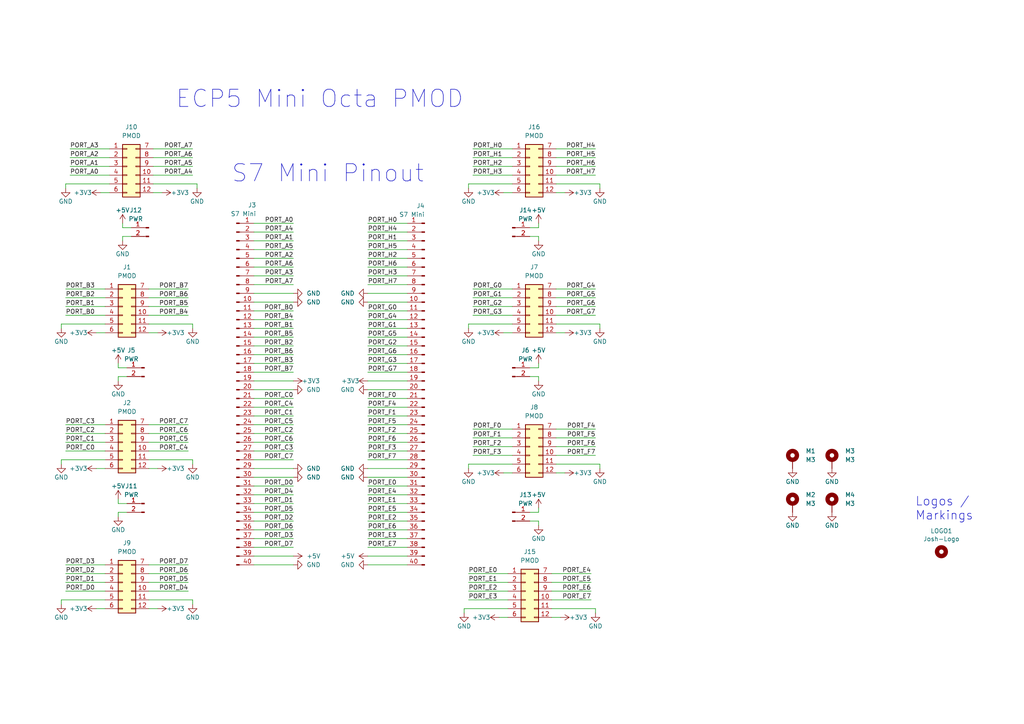
<source format=kicad_sch>
(kicad_sch (version 20200828) (generator eeschema)
  (page 1 1)
  (paper "A4")
  (title_block (title "Quad PMOD") (date "2020-09-20") (rev "0.1"))
  (lib_symbols
    (symbol "Connector:Conn_01x02_Male" (pin_names (offset 1.016) hide)
      (property "Reference" "J" (at 0 2.54 0))
      (property "Value" "Conn_01x02_Male" (at 0 -5.08 0))
      (symbol "Conn_01x02_Male_1_1"
        (pin passive line (at 5.08 0 180) (length 3.81) (name "Pin_1") (number "1"))
        (pin passive line (at 5.08 -2.54 180) (length 3.81) (name "Pin_2") (number "2"))
      )
    )
    (symbol "Connector:Conn_01x40_Male" (pin_names (offset 1.016) hide)
      (property "Reference" "J" (at 0 50.8 0))
      (property "Value" "Conn_01x40_Male" (at 0 -53.34 0))
      (symbol "Conn_01x40_Male_1_1"
        (pin passive line (at 5.08 48.26 180) (length 3.81) (name "Pin_1") (number "1"))
        (pin passive line (at 5.08 25.4 180) (length 3.81) (name "Pin_10") (number "10"))
        (pin passive line (at 5.08 22.86 180) (length 3.81) (name "Pin_11") (number "11"))
        (pin passive line (at 5.08 20.32 180) (length 3.81) (name "Pin_12") (number "12"))
        (pin passive line (at 5.08 17.78 180) (length 3.81) (name "Pin_13") (number "13"))
        (pin passive line (at 5.08 15.24 180) (length 3.81) (name "Pin_14") (number "14"))
        (pin passive line (at 5.08 12.7 180) (length 3.81) (name "Pin_15") (number "15"))
        (pin passive line (at 5.08 10.16 180) (length 3.81) (name "Pin_16") (number "16"))
        (pin passive line (at 5.08 7.62 180) (length 3.81) (name "Pin_17") (number "17"))
        (pin passive line (at 5.08 5.08 180) (length 3.81) (name "Pin_18") (number "18"))
        (pin passive line (at 5.08 2.54 180) (length 3.81) (name "Pin_19") (number "19"))
        (pin passive line (at 5.08 45.72 180) (length 3.81) (name "Pin_2") (number "2"))
        (pin passive line (at 5.08 0 180) (length 3.81) (name "Pin_20") (number "20"))
        (pin passive line (at 5.08 -2.54 180) (length 3.81) (name "Pin_21") (number "21"))
        (pin passive line (at 5.08 -5.08 180) (length 3.81) (name "Pin_22") (number "22"))
        (pin passive line (at 5.08 -7.62 180) (length 3.81) (name "Pin_23") (number "23"))
        (pin passive line (at 5.08 -10.16 180) (length 3.81) (name "Pin_24") (number "24"))
        (pin passive line (at 5.08 -12.7 180) (length 3.81) (name "Pin_25") (number "25"))
        (pin passive line (at 5.08 -15.24 180) (length 3.81) (name "Pin_26") (number "26"))
        (pin passive line (at 5.08 -17.78 180) (length 3.81) (name "Pin_27") (number "27"))
        (pin passive line (at 5.08 -20.32 180) (length 3.81) (name "Pin_28") (number "28"))
        (pin passive line (at 5.08 -22.86 180) (length 3.81) (name "Pin_29") (number "29"))
        (pin passive line (at 5.08 43.18 180) (length 3.81) (name "Pin_3") (number "3"))
        (pin passive line (at 5.08 -25.4 180) (length 3.81) (name "Pin_30") (number "30"))
        (pin passive line (at 5.08 -27.94 180) (length 3.81) (name "Pin_31") (number "31"))
        (pin passive line (at 5.08 -30.48 180) (length 3.81) (name "Pin_32") (number "32"))
        (pin passive line (at 5.08 -33.02 180) (length 3.81) (name "Pin_33") (number "33"))
        (pin passive line (at 5.08 -35.56 180) (length 3.81) (name "Pin_34") (number "34"))
        (pin passive line (at 5.08 -38.1 180) (length 3.81) (name "Pin_35") (number "35"))
        (pin passive line (at 5.08 -40.64 180) (length 3.81) (name "Pin_36") (number "36"))
        (pin passive line (at 5.08 -43.18 180) (length 3.81) (name "Pin_37") (number "37"))
        (pin passive line (at 5.08 -45.72 180) (length 3.81) (name "Pin_38") (number "38"))
        (pin passive line (at 5.08 -48.26 180) (length 3.81) (name "Pin_39") (number "39"))
        (pin passive line (at 5.08 40.64 180) (length 3.81) (name "Pin_4") (number "4"))
        (pin passive line (at 5.08 -50.8 180) (length 3.81) (name "Pin_40") (number "40"))
        (pin passive line (at 5.08 38.1 180) (length 3.81) (name "Pin_5") (number "5"))
        (pin passive line (at 5.08 35.56 180) (length 3.81) (name "Pin_6") (number "6"))
        (pin passive line (at 5.08 33.02 180) (length 3.81) (name "Pin_7") (number "7"))
        (pin passive line (at 5.08 30.48 180) (length 3.81) (name "Pin_8") (number "8"))
        (pin passive line (at 5.08 27.94 180) (length 3.81) (name "Pin_9") (number "9"))
      )
    )
    (symbol "Connector:Conn_01x40_Male_1" (pin_names (offset 1.016) hide)
      (property "Reference" "J" (at 0 50.8 0))
      (property "Value" "Conn_01x40_Male" (at 0 -53.34 0))
      (symbol "Conn_01x40_Male_1_1_1"
        (pin passive line (at 5.08 48.26 180) (length 3.81) (name "Pin_1") (number "1"))
        (pin passive line (at 5.08 25.4 180) (length 3.81) (name "Pin_10") (number "10"))
        (pin passive line (at 5.08 22.86 180) (length 3.81) (name "Pin_11") (number "11"))
        (pin passive line (at 5.08 20.32 180) (length 3.81) (name "Pin_12") (number "12"))
        (pin passive line (at 5.08 17.78 180) (length 3.81) (name "Pin_13") (number "13"))
        (pin passive line (at 5.08 15.24 180) (length 3.81) (name "Pin_14") (number "14"))
        (pin passive line (at 5.08 12.7 180) (length 3.81) (name "Pin_15") (number "15"))
        (pin passive line (at 5.08 10.16 180) (length 3.81) (name "Pin_16") (number "16"))
        (pin passive line (at 5.08 7.62 180) (length 3.81) (name "Pin_17") (number "17"))
        (pin passive line (at 5.08 5.08 180) (length 3.81) (name "Pin_18") (number "18"))
        (pin passive line (at 5.08 2.54 180) (length 3.81) (name "Pin_19") (number "19"))
        (pin passive line (at 5.08 45.72 180) (length 3.81) (name "Pin_2") (number "2"))
        (pin passive line (at 5.08 0 180) (length 3.81) (name "Pin_20") (number "20"))
        (pin passive line (at 5.08 -2.54 180) (length 3.81) (name "Pin_21") (number "21"))
        (pin passive line (at 5.08 -5.08 180) (length 3.81) (name "Pin_22") (number "22"))
        (pin passive line (at 5.08 -7.62 180) (length 3.81) (name "Pin_23") (number "23"))
        (pin passive line (at 5.08 -10.16 180) (length 3.81) (name "Pin_24") (number "24"))
        (pin passive line (at 5.08 -12.7 180) (length 3.81) (name "Pin_25") (number "25"))
        (pin passive line (at 5.08 -15.24 180) (length 3.81) (name "Pin_26") (number "26"))
        (pin passive line (at 5.08 -17.78 180) (length 3.81) (name "Pin_27") (number "27"))
        (pin passive line (at 5.08 -20.32 180) (length 3.81) (name "Pin_28") (number "28"))
        (pin passive line (at 5.08 -22.86 180) (length 3.81) (name "Pin_29") (number "29"))
        (pin passive line (at 5.08 43.18 180) (length 3.81) (name "Pin_3") (number "3"))
        (pin passive line (at 5.08 -25.4 180) (length 3.81) (name "Pin_30") (number "30"))
        (pin passive line (at 5.08 -27.94 180) (length 3.81) (name "Pin_31") (number "31"))
        (pin passive line (at 5.08 -30.48 180) (length 3.81) (name "Pin_32") (number "32"))
        (pin passive line (at 5.08 -33.02 180) (length 3.81) (name "Pin_33") (number "33"))
        (pin passive line (at 5.08 -35.56 180) (length 3.81) (name "Pin_34") (number "34"))
        (pin passive line (at 5.08 -38.1 180) (length 3.81) (name "Pin_35") (number "35"))
        (pin passive line (at 5.08 -40.64 180) (length 3.81) (name "Pin_36") (number "36"))
        (pin passive line (at 5.08 -43.18 180) (length 3.81) (name "Pin_37") (number "37"))
        (pin passive line (at 5.08 -45.72 180) (length 3.81) (name "Pin_38") (number "38"))
        (pin passive line (at 5.08 -48.26 180) (length 3.81) (name "Pin_39") (number "39"))
        (pin passive line (at 5.08 40.64 180) (length 3.81) (name "Pin_4") (number "4"))
        (pin passive line (at 5.08 -50.8 180) (length 3.81) (name "Pin_40") (number "40"))
        (pin passive line (at 5.08 38.1 180) (length 3.81) (name "Pin_5") (number "5"))
        (pin passive line (at 5.08 35.56 180) (length 3.81) (name "Pin_6") (number "6"))
        (pin passive line (at 5.08 33.02 180) (length 3.81) (name "Pin_7") (number "7"))
        (pin passive line (at 5.08 30.48 180) (length 3.81) (name "Pin_8") (number "8"))
        (pin passive line (at 5.08 27.94 180) (length 3.81) (name "Pin_9") (number "9"))
      )
    )
    (symbol "Connector_Generic:Conn_02x06_Top_Bottom" (pin_names (offset 1.016) hide)
      (property "Reference" "J" (at 1.27 7.62 0))
      (property "Value" "Conn_02x06_Top_Bottom" (at 1.27 -10.16 0))
      (symbol "Conn_02x06_Top_Bottom_1_1"
        (pin passive line (at -5.08 5.08 0) (length 3.81) (name "Pin_1") (number "1"))
        (pin passive line (at 7.62 -2.54 180) (length 3.81) (name "Pin_10") (number "10"))
        (pin passive line (at 7.62 -5.08 180) (length 3.81) (name "Pin_11") (number "11"))
        (pin passive line (at 7.62 -7.62 180) (length 3.81) (name "Pin_12") (number "12"))
        (pin passive line (at -5.08 2.54 0) (length 3.81) (name "Pin_2") (number "2"))
        (pin passive line (at -5.08 0 0) (length 3.81) (name "Pin_3") (number "3"))
        (pin passive line (at -5.08 -2.54 0) (length 3.81) (name "Pin_4") (number "4"))
        (pin passive line (at -5.08 -5.08 0) (length 3.81) (name "Pin_5") (number "5"))
        (pin passive line (at -5.08 -7.62 0) (length 3.81) (name "Pin_6") (number "6"))
        (pin passive line (at 7.62 5.08 180) (length 3.81) (name "Pin_7") (number "7"))
        (pin passive line (at 7.62 2.54 180) (length 3.81) (name "Pin_8") (number "8"))
        (pin passive line (at 7.62 0 180) (length 3.81) (name "Pin_9") (number "9"))
      )
    )
    (symbol "Mechanical:MountingHole" (pin_names (offset 1.016))
      (property "Reference" "H" (at 0 5.08 0))
      (property "Value" "MountingHole" (at 0 3.175 0))
    )
    (symbol "Mechanical:MountingHole_Pad" (pin_numbers hide) (pin_names (offset 1.016) hide)
      (property "Reference" "H" (at 0 6.35 0))
      (property "Value" "MountingHole_Pad" (at 0 4.445 0))
      (symbol "MountingHole_Pad_1_1"
        (pin input line (at 0 -2.54 90) (length 2.54) (name "1") (number "1"))
      )
    )
    (symbol "power:+3V3" (power) (pin_names (offset 0))
      (property "Value" "+3V3" (at 0 3.556 0))
      (symbol "+3V3_1_1"
        (pin power_in line (at 0 0 90) (length 0) hide (name "+3V3") (number "1"))
      )
    )
    (symbol "power:+5V" (power) (pin_names (offset 0))
      (property "Value" "+5V" (at 0 3.556 0))
      (symbol "+5V_1_1"
        (pin power_in line (at 0 0 90) (length 0) hide (name "+5V") (number "1"))
      )
    )
    (symbol "power:GND" (power) (pin_names (offset 0))
      (property "Value" "GND" (at 0 -3.81 0))
      (symbol "GND_1_1"
        (pin power_in line (at 0 0 270) (length 0) hide (name "GND") (number "1"))
      )
    )
  )
  (bus_alias "HYPERRAM" (members "HR_nRST" "HR_nCS" "HR_CK_N" "HR_RWDS" "HR_DQ[0..7]" "HR_CK"))
  (bus_alias "SD" (members "SD_DAT[0..3]" "SD_CMD" "SD_CLK" "SD_DET"))
  (bus_alias "USB" (members "USB_D-" "USB_D+" "USB_PU"))
  (bus_alias "LED" (members "LED_[0..7]" "LED_R" "LED_G" "LED_B"))
  (wire (pts (xy 17.78 93.98) (xy 17.78 95.25)))
  (wire (pts (xy 17.78 93.98) (xy 30.48 93.98)))
  (wire (pts (xy 17.78 133.35) (xy 17.78 134.62)))
  (wire (pts (xy 17.78 133.35) (xy 30.48 133.35)))
  (wire (pts (xy 17.78 173.99) (xy 17.78 175.26)))
  (wire (pts (xy 17.78 173.99) (xy 30.48 173.99)))
  (wire (pts (xy 19.05 53.34) (xy 19.05 54.61)))
  (wire (pts (xy 19.05 53.34) (xy 31.75 53.34)))
  (wire (pts (xy 27.94 96.52) (xy 30.48 96.52)))
  (wire (pts (xy 27.94 135.89) (xy 30.48 135.89)))
  (wire (pts (xy 27.94 176.53) (xy 30.48 176.53)))
  (wire (pts (xy 29.21 55.88) (xy 31.75 55.88)))
  (wire (pts (xy 30.48 83.82) (xy 19.05 83.82)))
  (wire (pts (xy 30.48 86.36) (xy 19.05 86.36)))
  (wire (pts (xy 30.48 88.9) (xy 19.05 88.9)))
  (wire (pts (xy 30.48 91.44) (xy 19.05 91.44)))
  (wire (pts (xy 30.48 123.19) (xy 19.05 123.19)))
  (wire (pts (xy 30.48 125.73) (xy 19.05 125.73)))
  (wire (pts (xy 30.48 128.27) (xy 19.05 128.27)))
  (wire (pts (xy 30.48 130.81) (xy 19.05 130.81)))
  (wire (pts (xy 30.48 163.83) (xy 19.05 163.83)))
  (wire (pts (xy 30.48 166.37) (xy 19.05 166.37)))
  (wire (pts (xy 30.48 168.91) (xy 19.05 168.91)))
  (wire (pts (xy 30.48 171.45) (xy 19.05 171.45)))
  (wire (pts (xy 31.75 43.18) (xy 20.32 43.18)))
  (wire (pts (xy 31.75 45.72) (xy 20.32 45.72)))
  (wire (pts (xy 31.75 48.26) (xy 20.32 48.26)))
  (wire (pts (xy 31.75 50.8) (xy 20.32 50.8)))
  (wire (pts (xy 34.29 105.41) (xy 34.29 106.68)))
  (wire (pts (xy 34.29 106.68) (xy 36.83 106.68)))
  (wire (pts (xy 34.29 109.22) (xy 34.29 110.49)))
  (wire (pts (xy 34.29 144.78) (xy 34.29 146.05)))
  (wire (pts (xy 34.29 146.05) (xy 36.83 146.05)))
  (wire (pts (xy 34.29 148.59) (xy 34.29 149.86)))
  (wire (pts (xy 35.56 64.77) (xy 35.56 66.04)))
  (wire (pts (xy 35.56 66.04) (xy 38.1 66.04)))
  (wire (pts (xy 35.56 68.58) (xy 35.56 69.85)))
  (wire (pts (xy 36.83 109.22) (xy 34.29 109.22)))
  (wire (pts (xy 36.83 148.59) (xy 34.29 148.59)))
  (wire (pts (xy 38.1 68.58) (xy 35.56 68.58)))
  (wire (pts (xy 43.18 83.82) (xy 54.61 83.82)))
  (wire (pts (xy 43.18 86.36) (xy 54.61 86.36)))
  (wire (pts (xy 43.18 88.9) (xy 54.61 88.9)))
  (wire (pts (xy 43.18 91.44) (xy 54.61 91.44)))
  (wire (pts (xy 43.18 93.98) (xy 55.88 93.98)))
  (wire (pts (xy 43.18 96.52) (xy 45.72 96.52)))
  (wire (pts (xy 43.18 123.19) (xy 54.61 123.19)))
  (wire (pts (xy 43.18 125.73) (xy 54.61 125.73)))
  (wire (pts (xy 43.18 128.27) (xy 54.61 128.27)))
  (wire (pts (xy 43.18 130.81) (xy 54.61 130.81)))
  (wire (pts (xy 43.18 133.35) (xy 55.88 133.35)))
  (wire (pts (xy 43.18 135.89) (xy 45.72 135.89)))
  (wire (pts (xy 43.18 163.83) (xy 54.61 163.83)))
  (wire (pts (xy 43.18 166.37) (xy 54.61 166.37)))
  (wire (pts (xy 43.18 168.91) (xy 54.61 168.91)))
  (wire (pts (xy 43.18 171.45) (xy 54.61 171.45)))
  (wire (pts (xy 43.18 173.99) (xy 55.88 173.99)))
  (wire (pts (xy 43.18 176.53) (xy 45.72 176.53)))
  (wire (pts (xy 44.45 43.18) (xy 55.88 43.18)))
  (wire (pts (xy 44.45 45.72) (xy 55.88 45.72)))
  (wire (pts (xy 44.45 48.26) (xy 55.88 48.26)))
  (wire (pts (xy 44.45 50.8) (xy 55.88 50.8)))
  (wire (pts (xy 44.45 53.34) (xy 57.15 53.34)))
  (wire (pts (xy 44.45 55.88) (xy 46.99 55.88)))
  (wire (pts (xy 55.88 93.98) (xy 55.88 95.25)))
  (wire (pts (xy 55.88 133.35) (xy 55.88 134.62)))
  (wire (pts (xy 55.88 173.99) (xy 55.88 175.26)))
  (wire (pts (xy 57.15 53.34) (xy 57.15 54.61)))
  (wire (pts (xy 73.66 64.77) (xy 85.09 64.77)))
  (wire (pts (xy 73.66 67.31) (xy 85.09 67.31)))
  (wire (pts (xy 73.66 69.85) (xy 85.09 69.85)))
  (wire (pts (xy 73.66 72.39) (xy 85.09 72.39)))
  (wire (pts (xy 73.66 74.93) (xy 85.09 74.93)))
  (wire (pts (xy 73.66 77.47) (xy 85.09 77.47)))
  (wire (pts (xy 73.66 80.01) (xy 85.09 80.01)))
  (wire (pts (xy 73.66 82.55) (xy 85.09 82.55)))
  (wire (pts (xy 73.66 85.09) (xy 85.09 85.09)))
  (wire (pts (xy 73.66 87.63) (xy 85.09 87.63)))
  (wire (pts (xy 73.66 90.17) (xy 85.09 90.17)))
  (wire (pts (xy 73.66 92.71) (xy 85.09 92.71)))
  (wire (pts (xy 73.66 95.25) (xy 85.09 95.25)))
  (wire (pts (xy 73.66 97.79) (xy 85.09 97.79)))
  (wire (pts (xy 73.66 100.33) (xy 85.09 100.33)))
  (wire (pts (xy 73.66 102.87) (xy 85.09 102.87)))
  (wire (pts (xy 73.66 105.41) (xy 85.09 105.41)))
  (wire (pts (xy 73.66 107.95) (xy 85.09 107.95)))
  (wire (pts (xy 73.66 110.49) (xy 85.09 110.49)))
  (wire (pts (xy 73.66 113.03) (xy 85.09 113.03)))
  (wire (pts (xy 73.66 115.57) (xy 85.09 115.57)))
  (wire (pts (xy 73.66 118.11) (xy 85.09 118.11)))
  (wire (pts (xy 73.66 120.65) (xy 85.09 120.65)))
  (wire (pts (xy 73.66 123.19) (xy 85.09 123.19)))
  (wire (pts (xy 73.66 125.73) (xy 85.09 125.73)))
  (wire (pts (xy 73.66 128.27) (xy 85.09 128.27)))
  (wire (pts (xy 73.66 130.81) (xy 85.09 130.81)))
  (wire (pts (xy 73.66 133.35) (xy 85.09 133.35)))
  (wire (pts (xy 73.66 135.89) (xy 85.09 135.89)))
  (wire (pts (xy 73.66 138.43) (xy 85.09 138.43)))
  (wire (pts (xy 73.66 140.97) (xy 85.09 140.97)))
  (wire (pts (xy 73.66 143.51) (xy 85.09 143.51)))
  (wire (pts (xy 73.66 146.05) (xy 85.09 146.05)))
  (wire (pts (xy 73.66 148.59) (xy 85.09 148.59)))
  (wire (pts (xy 73.66 151.13) (xy 85.09 151.13)))
  (wire (pts (xy 73.66 153.67) (xy 85.09 153.67)))
  (wire (pts (xy 73.66 156.21) (xy 85.09 156.21)))
  (wire (pts (xy 73.66 158.75) (xy 85.09 158.75)))
  (wire (pts (xy 73.66 161.29) (xy 85.09 161.29)))
  (wire (pts (xy 73.66 163.83) (xy 85.09 163.83)))
  (wire (pts (xy 106.68 64.77) (xy 118.11 64.77)))
  (wire (pts (xy 106.68 67.31) (xy 118.11 67.31)))
  (wire (pts (xy 106.68 69.85) (xy 118.11 69.85)))
  (wire (pts (xy 106.68 72.39) (xy 118.11 72.39)))
  (wire (pts (xy 106.68 74.93) (xy 118.11 74.93)))
  (wire (pts (xy 106.68 77.47) (xy 118.11 77.47)))
  (wire (pts (xy 106.68 80.01) (xy 118.11 80.01)))
  (wire (pts (xy 106.68 82.55) (xy 118.11 82.55)))
  (wire (pts (xy 106.68 85.09) (xy 118.11 85.09)))
  (wire (pts (xy 106.68 87.63) (xy 118.11 87.63)))
  (wire (pts (xy 106.68 90.17) (xy 118.11 90.17)))
  (wire (pts (xy 106.68 92.71) (xy 118.11 92.71)))
  (wire (pts (xy 106.68 95.25) (xy 118.11 95.25)))
  (wire (pts (xy 106.68 97.79) (xy 118.11 97.79)))
  (wire (pts (xy 106.68 100.33) (xy 118.11 100.33)))
  (wire (pts (xy 106.68 102.87) (xy 118.11 102.87)))
  (wire (pts (xy 106.68 105.41) (xy 118.11 105.41)))
  (wire (pts (xy 106.68 107.95) (xy 118.11 107.95)))
  (wire (pts (xy 106.68 110.49) (xy 118.11 110.49)))
  (wire (pts (xy 106.68 113.03) (xy 118.11 113.03)))
  (wire (pts (xy 106.68 115.57) (xy 118.11 115.57)))
  (wire (pts (xy 106.68 118.11) (xy 118.11 118.11)))
  (wire (pts (xy 106.68 120.65) (xy 118.11 120.65)))
  (wire (pts (xy 106.68 123.19) (xy 118.11 123.19)))
  (wire (pts (xy 106.68 125.73) (xy 118.11 125.73)))
  (wire (pts (xy 106.68 128.27) (xy 118.11 128.27)))
  (wire (pts (xy 106.68 130.81) (xy 118.11 130.81)))
  (wire (pts (xy 106.68 133.35) (xy 118.11 133.35)))
  (wire (pts (xy 106.68 135.89) (xy 118.11 135.89)))
  (wire (pts (xy 106.68 138.43) (xy 118.11 138.43)))
  (wire (pts (xy 106.68 140.97) (xy 118.11 140.97)))
  (wire (pts (xy 106.68 143.51) (xy 118.11 143.51)))
  (wire (pts (xy 106.68 146.05) (xy 118.11 146.05)))
  (wire (pts (xy 106.68 148.59) (xy 118.11 148.59)))
  (wire (pts (xy 106.68 151.13) (xy 118.11 151.13)))
  (wire (pts (xy 106.68 153.67) (xy 118.11 153.67)))
  (wire (pts (xy 106.68 156.21) (xy 118.11 156.21)))
  (wire (pts (xy 106.68 158.75) (xy 118.11 158.75)))
  (wire (pts (xy 106.68 161.29) (xy 118.11 161.29)))
  (wire (pts (xy 106.68 163.83) (xy 118.11 163.83)))
  (wire (pts (xy 134.62 176.53) (xy 134.62 177.8)))
  (wire (pts (xy 134.62 176.53) (xy 147.32 176.53)))
  (wire (pts (xy 135.89 53.34) (xy 135.89 54.61)))
  (wire (pts (xy 135.89 53.34) (xy 148.59 53.34)))
  (wire (pts (xy 135.89 93.98) (xy 135.89 95.25)))
  (wire (pts (xy 135.89 93.98) (xy 148.59 93.98)))
  (wire (pts (xy 135.89 134.62) (xy 135.89 135.89)))
  (wire (pts (xy 135.89 134.62) (xy 148.59 134.62)))
  (wire (pts (xy 144.78 179.07) (xy 147.32 179.07)))
  (wire (pts (xy 146.05 55.88) (xy 148.59 55.88)))
  (wire (pts (xy 146.05 96.52) (xy 148.59 96.52)))
  (wire (pts (xy 146.05 137.16) (xy 148.59 137.16)))
  (wire (pts (xy 147.32 166.37) (xy 135.89 166.37)))
  (wire (pts (xy 147.32 168.91) (xy 135.89 168.91)))
  (wire (pts (xy 147.32 171.45) (xy 135.89 171.45)))
  (wire (pts (xy 147.32 173.99) (xy 135.89 173.99)))
  (wire (pts (xy 148.59 43.18) (xy 137.16 43.18)))
  (wire (pts (xy 148.59 45.72) (xy 137.16 45.72)))
  (wire (pts (xy 148.59 48.26) (xy 137.16 48.26)))
  (wire (pts (xy 148.59 50.8) (xy 137.16 50.8)))
  (wire (pts (xy 148.59 83.82) (xy 137.16 83.82)))
  (wire (pts (xy 148.59 86.36) (xy 137.16 86.36)))
  (wire (pts (xy 148.59 88.9) (xy 137.16 88.9)))
  (wire (pts (xy 148.59 91.44) (xy 137.16 91.44)))
  (wire (pts (xy 148.59 124.46) (xy 137.16 124.46)))
  (wire (pts (xy 148.59 127) (xy 137.16 127)))
  (wire (pts (xy 148.59 129.54) (xy 137.16 129.54)))
  (wire (pts (xy 148.59 132.08) (xy 137.16 132.08)))
  (wire (pts (xy 153.67 68.58) (xy 156.21 68.58)))
  (wire (pts (xy 153.67 109.22) (xy 156.21 109.22)))
  (wire (pts (xy 153.67 151.13) (xy 156.21 151.13)))
  (wire (pts (xy 156.21 64.77) (xy 156.21 66.04)))
  (wire (pts (xy 156.21 66.04) (xy 153.67 66.04)))
  (wire (pts (xy 156.21 68.58) (xy 156.21 69.85)))
  (wire (pts (xy 156.21 105.41) (xy 156.21 106.68)))
  (wire (pts (xy 156.21 106.68) (xy 153.67 106.68)))
  (wire (pts (xy 156.21 109.22) (xy 156.21 110.49)))
  (wire (pts (xy 156.21 147.32) (xy 156.21 148.59)))
  (wire (pts (xy 156.21 148.59) (xy 153.67 148.59)))
  (wire (pts (xy 156.21 151.13) (xy 156.21 152.4)))
  (wire (pts (xy 160.02 166.37) (xy 171.45 166.37)))
  (wire (pts (xy 160.02 168.91) (xy 171.45 168.91)))
  (wire (pts (xy 160.02 171.45) (xy 171.45 171.45)))
  (wire (pts (xy 160.02 173.99) (xy 171.45 173.99)))
  (wire (pts (xy 160.02 176.53) (xy 172.72 176.53)))
  (wire (pts (xy 160.02 179.07) (xy 162.56 179.07)))
  (wire (pts (xy 161.29 43.18) (xy 172.72 43.18)))
  (wire (pts (xy 161.29 45.72) (xy 172.72 45.72)))
  (wire (pts (xy 161.29 48.26) (xy 172.72 48.26)))
  (wire (pts (xy 161.29 50.8) (xy 172.72 50.8)))
  (wire (pts (xy 161.29 53.34) (xy 173.99 53.34)))
  (wire (pts (xy 161.29 55.88) (xy 163.83 55.88)))
  (wire (pts (xy 161.29 83.82) (xy 172.72 83.82)))
  (wire (pts (xy 161.29 86.36) (xy 172.72 86.36)))
  (wire (pts (xy 161.29 88.9) (xy 172.72 88.9)))
  (wire (pts (xy 161.29 91.44) (xy 172.72 91.44)))
  (wire (pts (xy 161.29 93.98) (xy 173.99 93.98)))
  (wire (pts (xy 161.29 96.52) (xy 163.83 96.52)))
  (wire (pts (xy 161.29 124.46) (xy 172.72 124.46)))
  (wire (pts (xy 161.29 127) (xy 172.72 127)))
  (wire (pts (xy 161.29 129.54) (xy 172.72 129.54)))
  (wire (pts (xy 161.29 132.08) (xy 172.72 132.08)))
  (wire (pts (xy 161.29 134.62) (xy 173.99 134.62)))
  (wire (pts (xy 161.29 137.16) (xy 163.83 137.16)))
  (wire (pts (xy 172.72 176.53) (xy 172.72 177.8)))
  (wire (pts (xy 173.99 53.34) (xy 173.99 54.61)))
  (wire (pts (xy 173.99 93.98) (xy 173.99 95.25)))
  (wire (pts (xy 173.99 134.62) (xy 173.99 135.89)))
  (text "S7 Mini Pinout" (at 123.19 53.34 180) (effects (font (size 5 5)) (justify right bottom)))
  (text "ECP5 Mini Octa PMOD" (at 134.62 31.75 180) (effects (font (size 5 5)) (justify right bottom)))
  (text "Logos / \nMarkings" (at 265.43 151.13 0) (effects (font (size 2.54 2.54)) (justify left bottom)))
  (label "PORT_B3" (at 19.05 83.82 0))
  (label "PORT_B2" (at 19.05 86.36 0))
  (label "PORT_B1" (at 19.05 88.9 0))
  (label "PORT_B0" (at 19.05 91.44 0))
  (label "PORT_C3" (at 19.05 123.19 0))
  (label "PORT_C2" (at 19.05 125.73 0))
  (label "PORT_C1" (at 19.05 128.27 0))
  (label "PORT_C0" (at 19.05 130.81 0))
  (label "PORT_D3" (at 19.05 163.83 0))
  (label "PORT_D2" (at 19.05 166.37 0))
  (label "PORT_D1" (at 19.05 168.91 0))
  (label "PORT_D0" (at 19.05 171.45 0))
  (label "PORT_A3" (at 20.32 43.18 0))
  (label "PORT_A2" (at 20.32 45.72 0))
  (label "PORT_A1" (at 20.32 48.26 0))
  (label "PORT_A0" (at 20.32 50.8 0))
  (label "PORT_B7" (at 54.61 83.82 180))
  (label "PORT_B6" (at 54.61 86.36 180))
  (label "PORT_B5" (at 54.61 88.9 180))
  (label "PORT_B4" (at 54.61 91.44 180))
  (label "PORT_C7" (at 54.61 123.19 180))
  (label "PORT_C6" (at 54.61 125.73 180))
  (label "PORT_C5" (at 54.61 128.27 180))
  (label "PORT_C4" (at 54.61 130.81 180))
  (label "PORT_D7" (at 54.61 163.83 180))
  (label "PORT_D6" (at 54.61 166.37 180))
  (label "PORT_D5" (at 54.61 168.91 180))
  (label "PORT_D4" (at 54.61 171.45 180))
  (label "PORT_A7" (at 55.88 43.18 180))
  (label "PORT_A6" (at 55.88 45.72 180))
  (label "PORT_A5" (at 55.88 48.26 180))
  (label "PORT_A4" (at 55.88 50.8 180))
  (label "PORT_A0" (at 85.09 64.77 180))
  (label "PORT_A4" (at 85.09 67.31 180))
  (label "PORT_A1" (at 85.09 69.85 180))
  (label "PORT_A5" (at 85.09 72.39 180))
  (label "PORT_A2" (at 85.09 74.93 180))
  (label "PORT_A6" (at 85.09 77.47 180))
  (label "PORT_A3" (at 85.09 80.01 180))
  (label "PORT_A7" (at 85.09 82.55 180))
  (label "PORT_B0" (at 85.09 90.17 180))
  (label "PORT_B4" (at 85.09 92.71 180))
  (label "PORT_B1" (at 85.09 95.25 180))
  (label "PORT_B5" (at 85.09 97.79 180))
  (label "PORT_B2" (at 85.09 100.33 180))
  (label "PORT_B6" (at 85.09 102.87 180))
  (label "PORT_B3" (at 85.09 105.41 180))
  (label "PORT_B7" (at 85.09 107.95 180))
  (label "PORT_C0" (at 85.09 115.57 180))
  (label "PORT_C4" (at 85.09 118.11 180))
  (label "PORT_C1" (at 85.09 120.65 180))
  (label "PORT_C5" (at 85.09 123.19 180))
  (label "PORT_C2" (at 85.09 125.73 180))
  (label "PORT_C6" (at 85.09 128.27 180))
  (label "PORT_C3" (at 85.09 130.81 180))
  (label "PORT_C7" (at 85.09 133.35 180))
  (label "PORT_D0" (at 85.09 140.97 180))
  (label "PORT_D4" (at 85.09 143.51 180))
  (label "PORT_D1" (at 85.09 146.05 180))
  (label "PORT_D5" (at 85.09 148.59 180))
  (label "PORT_D2" (at 85.09 151.13 180))
  (label "PORT_D6" (at 85.09 153.67 180))
  (label "PORT_D3" (at 85.09 156.21 180))
  (label "PORT_D7" (at 85.09 158.75 180))
  (label "PORT_H0" (at 106.68 64.77 0))
  (label "PORT_H4" (at 106.68 67.31 0))
  (label "PORT_H1" (at 106.68 69.85 0))
  (label "PORT_H5" (at 106.68 72.39 0))
  (label "PORT_H2" (at 106.68 74.93 0))
  (label "PORT_H6" (at 106.68 77.47 0))
  (label "PORT_H3" (at 106.68 80.01 0))
  (label "PORT_H7" (at 106.68 82.55 0))
  (label "PORT_G0" (at 106.68 90.17 0))
  (label "PORT_G4" (at 106.68 92.71 0))
  (label "PORT_G1" (at 106.68 95.25 0))
  (label "PORT_G5" (at 106.68 97.79 0))
  (label "PORT_G2" (at 106.68 100.33 0))
  (label "PORT_G6" (at 106.68 102.87 0))
  (label "PORT_G3" (at 106.68 105.41 0))
  (label "PORT_G7" (at 106.68 107.95 0))
  (label "PORT_F0" (at 106.68 115.57 0))
  (label "PORT_F4" (at 106.68 118.11 0))
  (label "PORT_F1" (at 106.68 120.65 0))
  (label "PORT_F5" (at 106.68 123.19 0))
  (label "PORT_F2" (at 106.68 125.73 0))
  (label "PORT_F6" (at 106.68 128.27 0))
  (label "PORT_F3" (at 106.68 130.81 0))
  (label "PORT_F7" (at 106.68 133.35 0))
  (label "PORT_E0" (at 106.68 140.97 0))
  (label "PORT_E4" (at 106.68 143.51 0))
  (label "PORT_E1" (at 106.68 146.05 0))
  (label "PORT_E5" (at 106.68 148.59 0))
  (label "PORT_E2" (at 106.68 151.13 0))
  (label "PORT_E6" (at 106.68 153.67 0))
  (label "PORT_E3" (at 106.68 156.21 0))
  (label "PORT_E7" (at 106.68 158.75 0))
  (label "PORT_E0" (at 135.89 166.37 0))
  (label "PORT_E1" (at 135.89 168.91 0))
  (label "PORT_E2" (at 135.89 171.45 0))
  (label "PORT_E3" (at 135.89 173.99 0))
  (label "PORT_H0" (at 137.16 43.18 0))
  (label "PORT_H1" (at 137.16 45.72 0))
  (label "PORT_H2" (at 137.16 48.26 0))
  (label "PORT_H3" (at 137.16 50.8 0))
  (label "PORT_G0" (at 137.16 83.82 0))
  (label "PORT_G1" (at 137.16 86.36 0))
  (label "PORT_G2" (at 137.16 88.9 0))
  (label "PORT_G3" (at 137.16 91.44 0))
  (label "PORT_F0" (at 137.16 124.46 0))
  (label "PORT_F1" (at 137.16 127 0))
  (label "PORT_F2" (at 137.16 129.54 0))
  (label "PORT_F3" (at 137.16 132.08 0))
  (label "PORT_E4" (at 171.45 166.37 180))
  (label "PORT_E5" (at 171.45 168.91 180))
  (label "PORT_E6" (at 171.45 171.45 180))
  (label "PORT_E7" (at 171.45 173.99 180))
  (label "PORT_H4" (at 172.72 43.18 180))
  (label "PORT_H5" (at 172.72 45.72 180))
  (label "PORT_H6" (at 172.72 48.26 180))
  (label "PORT_H7" (at 172.72 50.8 180))
  (label "PORT_G4" (at 172.72 83.82 180))
  (label "PORT_G5" (at 172.72 86.36 180))
  (label "PORT_G6" (at 172.72 88.9 180))
  (label "PORT_G7" (at 172.72 91.44 180))
  (label "PORT_F4" (at 172.72 124.46 180))
  (label "PORT_F5" (at 172.72 127 180))
  (label "PORT_F6" (at 172.72 129.54 180))
  (label "PORT_F7" (at 172.72 132.08 180))
  (symbol (lib_id "power:+3V3") (at 27.94 96.52 90) (unit 1)
    (property "Reference" "#PWR0139" (effects hide))
    (property "Value" "+3V3" (at 25.4 96.52 90) (effects (justify left)))
  )
  (symbol (lib_id "power:+3V3") (at 27.94 135.89 90) (unit 1)
    (property "Reference" "#PWR0145" (effects hide))
    (property "Value" "+3V3" (at 25.4 135.89 90) (effects (justify left)))
  )
  (symbol (lib_id "power:+3V3") (at 27.94 176.53 90) (unit 1)
    (property "Reference" "#PWR0136" (effects hide))
    (property "Value" "+3V3" (at 25.4 176.53 90) (effects (justify left)))
  )
  (symbol (lib_id "power:+3V3") (at 29.21 55.88 90) (unit 1)
    (property "Reference" "#PWR0130" (effects hide))
    (property "Value" "+3V3" (at 26.67 55.88 90) (effects (justify left)))
  )
  (symbol (lib_id "power:+5V") (at 34.29 105.41 0) (mirror y) (unit 1)
    (property "Reference" "#PWR0110" (effects hide))
    (property "Value" "+5V" (at 34.29 101.6 0))
  )
  (symbol (lib_id "power:+5V") (at 34.29 144.78 0) (mirror y) (unit 1)
    (property "Reference" "#PWR0147" (effects hide))
    (property "Value" "+5V" (at 34.29 140.97 0))
  )
  (symbol (lib_id "power:+5V") (at 35.56 64.77 0) (mirror y) (unit 1)
    (property "Reference" "#PWR0128" (effects hide))
    (property "Value" "+5V" (at 35.56 60.96 0))
  )
  (symbol (lib_id "power:+3V3") (at 45.72 96.52 270) (unit 1)
    (property "Reference" "#PWR0138" (effects hide))
    (property "Value" "+3V3" (at 48.26 96.52 90) (effects (justify left)))
  )
  (symbol (lib_id "power:+3V3") (at 45.72 135.89 270) (unit 1)
    (property "Reference" "#PWR0141" (effects hide))
    (property "Value" "+3V3" (at 48.26 135.89 90) (effects (justify left)))
  )
  (symbol (lib_id "power:+3V3") (at 45.72 176.53 270) (unit 1)
    (property "Reference" "#PWR0133" (effects hide))
    (property "Value" "+3V3" (at 48.26 176.53 90) (effects (justify left)))
  )
  (symbol (lib_id "power:+3V3") (at 46.99 55.88 270) (unit 1)
    (property "Reference" "#PWR0127" (effects hide))
    (property "Value" "+3V3" (at 49.53 55.88 90) (effects (justify left)))
  )
  (symbol (lib_id "power:+3V3") (at 85.09 110.49 270) (unit 1)
    (property "Reference" "#PWR0154" (effects hide))
    (property "Value" "+3V3" (at 90.17 110.49 90))
  )
  (symbol (lib_id "power:+5V") (at 85.09 161.29 270) (unit 1)
    (property "Reference" "#PWR0153" (effects hide))
    (property "Value" "+5V" (at 88.9 161.29 90) (effects (justify left)))
  )
  (symbol (lib_id "power:+3V3") (at 106.68 110.49 90) (mirror x) (unit 1)
    (property "Reference" "#PWR0159" (effects hide))
    (property "Value" "+3V3" (at 101.6 110.49 90))
  )
  (symbol (lib_id "power:+5V") (at 106.68 161.29 90) (unit 1)
    (property "Reference" "#PWR0152" (effects hide))
    (property "Value" "+5V" (at 102.87 161.29 90) (effects (justify left)))
  )
  (symbol (lib_id "power:+3V3") (at 144.78 179.07 90) (unit 1)
    (property "Reference" "#PWR0124" (effects hide))
    (property "Value" "+3V3" (at 142.24 179.07 90) (effects (justify left)))
  )
  (symbol (lib_id "power:+3V3") (at 146.05 55.88 90) (unit 1)
    (property "Reference" "#PWR0106" (effects hide))
    (property "Value" "+3V3" (at 143.51 55.88 90) (effects (justify left)))
  )
  (symbol (lib_id "power:+3V3") (at 146.05 96.52 90) (unit 1)
    (property "Reference" "#PWR0109" (effects hide))
    (property "Value" "+3V3" (at 143.51 96.52 90) (effects (justify left)))
  )
  (symbol (lib_id "power:+3V3") (at 146.05 137.16 90) (unit 1)
    (property "Reference" "#PWR0118" (effects hide))
    (property "Value" "+3V3" (at 143.51 137.16 90) (effects (justify left)))
  )
  (symbol (lib_id "power:+5V") (at 156.21 64.77 0) (unit 1)
    (property "Reference" "#PWR0102" (effects hide))
    (property "Value" "+5V" (at 156.21 60.96 0))
  )
  (symbol (lib_id "power:+5V") (at 156.21 105.41 0) (unit 1)
    (property "Reference" "#PWR0120" (effects hide))
    (property "Value" "+5V" (at 156.21 101.6 0))
  )
  (symbol (lib_id "power:+5V") (at 156.21 147.32 0) (unit 1)
    (property "Reference" "#PWR0149" (effects hide))
    (property "Value" "+5V" (at 156.21 143.51 0))
  )
  (symbol (lib_id "power:+3V3") (at 162.56 179.07 270) (unit 1)
    (property "Reference" "#PWR0122" (effects hide))
    (property "Value" "+3V3" (at 165.1 179.07 90) (effects (justify left)))
  )
  (symbol (lib_id "power:+3V3") (at 163.83 55.88 270) (unit 1)
    (property "Reference" "#PWR0101" (effects hide))
    (property "Value" "+3V3" (at 166.37 55.88 90) (effects (justify left)))
  )
  (symbol (lib_id "power:+3V3") (at 163.83 96.52 270) (unit 1)
    (property "Reference" "#PWR0112" (effects hide))
    (property "Value" "+3V3" (at 166.37 96.52 90) (effects (justify left)))
  )
  (symbol (lib_id "power:+3V3") (at 163.83 137.16 270) (unit 1)
    (property "Reference" "#PWR0117" (effects hide))
    (property "Value" "+3V3" (at 166.37 137.16 90) (effects (justify left)))
  )
  (symbol (lib_id "power:GND") (at 17.78 95.25 0) (unit 1)
    (property "Reference" "#PWR0140" (effects hide))
    (property "Value" "GND" (at 17.78 99.06 0))
  )
  (symbol (lib_id "power:GND") (at 17.78 134.62 0) (unit 1)
    (property "Reference" "#PWR0146" (effects hide))
    (property "Value" "GND" (at 17.78 138.43 0))
  )
  (symbol (lib_id "power:GND") (at 17.78 175.26 0) (unit 1)
    (property "Reference" "#PWR0137" (effects hide))
    (property "Value" "GND" (at 17.78 179.07 0))
  )
  (symbol (lib_id "power:GND") (at 19.05 54.61 0) (unit 1)
    (property "Reference" "#PWR0129" (effects hide))
    (property "Value" "GND" (at 19.05 58.42 0))
  )
  (symbol (lib_id "power:GND") (at 34.29 110.49 0) (mirror y) (unit 1)
    (property "Reference" "#PWR0104" (effects hide))
    (property "Value" "GND" (at 34.29 114.3 0))
  )
  (symbol (lib_id "power:GND") (at 34.29 149.86 0) (mirror y) (unit 1)
    (property "Reference" "#PWR0148" (effects hide))
    (property "Value" "GND" (at 34.29 153.67 0))
  )
  (symbol (lib_id "power:GND") (at 35.56 69.85 0) (mirror y) (unit 1)
    (property "Reference" "#PWR0126" (effects hide))
    (property "Value" "GND" (at 35.56 73.66 0))
  )
  (symbol (lib_id "power:GND") (at 55.88 95.25 0) (unit 1)
    (property "Reference" "#PWR0131" (effects hide))
    (property "Value" "GND" (at 55.88 99.06 0))
  )
  (symbol (lib_id "power:GND") (at 55.88 134.62 0) (unit 1)
    (property "Reference" "#PWR0144" (effects hide))
    (property "Value" "GND" (at 55.88 138.43 0))
  )
  (symbol (lib_id "power:GND") (at 55.88 175.26 0) (unit 1)
    (property "Reference" "#PWR0134" (effects hide))
    (property "Value" "GND" (at 55.88 179.07 0))
  )
  (symbol (lib_id "power:GND") (at 57.15 54.61 0) (unit 1)
    (property "Reference" "#PWR0125" (effects hide))
    (property "Value" "GND" (at 57.15 58.42 0))
  )
  (symbol (lib_id "power:GND") (at 85.09 85.09 90) (unit 1)
    (property "Reference" "#PWR0156" (effects hide))
    (property "Value" "GND" (at 88.9 85.09 90) (effects (justify right)))
  )
  (symbol (lib_id "power:GND") (at 85.09 87.63 90) (unit 1)
    (property "Reference" "#PWR0155" (effects hide))
    (property "Value" "GND" (at 88.9 87.63 90) (effects (justify right)))
  )
  (symbol (lib_id "power:GND") (at 85.09 113.03 90) (unit 1)
    (property "Reference" "#PWR0160" (effects hide))
    (property "Value" "GND" (at 88.9 113.03 90) (effects (justify right)))
  )
  (symbol (lib_id "power:GND") (at 85.09 135.89 90) (unit 1)
    (property "Reference" "#PWR0164" (effects hide))
    (property "Value" "GND" (at 88.9 135.89 90) (effects (justify right)))
  )
  (symbol (lib_id "power:GND") (at 85.09 138.43 90) (unit 1)
    (property "Reference" "#PWR0162" (effects hide))
    (property "Value" "GND" (at 88.9 138.43 90) (effects (justify right)))
  )
  (symbol (lib_id "power:GND") (at 85.09 163.83 90) (unit 1)
    (property "Reference" "#PWR0143" (effects hide))
    (property "Value" "GND" (at 88.9 163.83 90) (effects (justify right)))
  )
  (symbol (lib_id "power:GND") (at 106.68 85.09 270) (unit 1)
    (property "Reference" "#PWR0158" (effects hide))
    (property "Value" "GND" (at 102.87 85.09 90) (effects (justify right)))
  )
  (symbol (lib_id "power:GND") (at 106.68 87.63 270) (unit 1)
    (property "Reference" "#PWR0157" (effects hide))
    (property "Value" "GND" (at 102.87 87.63 90) (effects (justify right)))
  )
  (symbol (lib_id "power:GND") (at 106.68 113.03 270) (mirror x) (unit 1)
    (property "Reference" "#PWR0161" (effects hide))
    (property "Value" "GND" (at 102.87 113.03 90) (effects (justify right)))
  )
  (symbol (lib_id "power:GND") (at 106.68 135.89 270) (unit 1)
    (property "Reference" "#PWR0163" (effects hide))
    (property "Value" "GND" (at 102.87 135.89 90) (effects (justify right)))
  )
  (symbol (lib_id "power:GND") (at 106.68 138.43 270) (unit 1)
    (property "Reference" "#PWR0165" (effects hide))
    (property "Value" "GND" (at 102.87 138.43 90) (effects (justify right)))
  )
  (symbol (lib_id "power:GND") (at 106.68 163.83 270) (mirror x) (unit 1)
    (property "Reference" "#PWR0142" (effects hide))
    (property "Value" "GND" (at 102.87 163.83 90) (effects (justify right)))
  )
  (symbol (lib_id "power:GND") (at 134.62 177.8 0) (unit 1)
    (property "Reference" "#PWR0123" (effects hide))
    (property "Value" "GND" (at 134.62 181.61 0))
  )
  (symbol (lib_id "power:GND") (at 135.89 54.61 0) (unit 1)
    (property "Reference" "#PWR0107" (effects hide))
    (property "Value" "GND" (at 135.89 58.42 0))
  )
  (symbol (lib_id "power:GND") (at 135.89 95.25 0) (unit 1)
    (property "Reference" "#PWR0111" (effects hide))
    (property "Value" "GND" (at 135.89 99.06 0))
  )
  (symbol (lib_id "power:GND") (at 135.89 135.89 0) (unit 1)
    (property "Reference" "#PWR0115" (effects hide))
    (property "Value" "GND" (at 135.89 139.7 0))
  )
  (symbol (lib_id "power:GND") (at 156.21 69.85 0) (unit 1)
    (property "Reference" "#PWR0105" (effects hide))
    (property "Value" "GND" (at 156.21 73.66 0))
  )
  (symbol (lib_id "power:GND") (at 156.21 110.49 0) (unit 1)
    (property "Reference" "#PWR0119" (effects hide))
    (property "Value" "GND" (at 156.21 114.3 0))
  )
  (symbol (lib_id "power:GND") (at 156.21 152.4 0) (unit 1)
    (property "Reference" "#PWR0150" (effects hide))
    (property "Value" "GND" (at 156.21 156.21 0))
  )
  (symbol (lib_id "power:GND") (at 172.72 177.8 0) (unit 1)
    (property "Reference" "#PWR0121" (effects hide))
    (property "Value" "GND" (at 172.72 181.61 0))
  )
  (symbol (lib_id "power:GND") (at 173.99 54.61 0) (unit 1)
    (property "Reference" "#PWR0103" (effects hide))
    (property "Value" "GND" (at 173.99 58.42 0))
  )
  (symbol (lib_id "power:GND") (at 173.99 95.25 0) (unit 1)
    (property "Reference" "#PWR0113" (effects hide))
    (property "Value" "GND" (at 173.99 99.06 0))
  )
  (symbol (lib_id "power:GND") (at 173.99 135.89 0) (unit 1)
    (property "Reference" "#PWR0116" (effects hide))
    (property "Value" "GND" (at 173.99 139.7 0))
  )
  (symbol (lib_id "power:GND") (at 229.87 135.89 0) (unit 1)
    (property "Reference" "#PWR0114" (effects hide))
    (property "Value" "GND" (at 229.87 139.7 0))
  )
  (symbol (lib_id "power:GND") (at 229.87 148.59 0) (unit 1)
    (property "Reference" "#PWR0135" (effects hide))
    (property "Value" "GND" (at 229.87 152.4 0))
  )
  (symbol (lib_id "power:GND") (at 241.3 135.89 0) (unit 1)
    (property "Reference" "#PWR0132" (effects hide))
    (property "Value" "GND" (at 241.3 139.7 0))
  )
  (symbol (lib_id "power:GND") (at 241.3 148.59 0) (unit 1)
    (property "Reference" "#PWR0108" (effects hide))
    (property "Value" "GND" (at 241.3 152.4 0))
  )
  (symbol (lib_id "Mechanical:MountingHole") (at 273.05 160.02 0) (unit 1)
    (property "Reference" "LOGO1" (at 273.05 154.0002 0))
    (property "Value" "Josh-Logo" (at 273.05 156.3116 0))
    (property "Footprint" "josh-logos:josh-johnson-logo-8_6x1_5" (effects hide))
    (property "DNP" "DNP" (effects hide))
  )
  (symbol (lib_id "Mechanical:MountingHole_Pad") (at 229.87 133.35 0) (unit 1)
    (property "Reference" "M1" (at 233.68 130.81 0) (effects (justify left)))
    (property "Value" "M3" (at 233.68 133.35 0) (effects (justify left)))
    (property "Footprint" "MountingHole:MountingHole_3.2mm_M3_DIN965_Pad" (effects hide))
  )
  (symbol (lib_id "Mechanical:MountingHole_Pad") (at 229.87 146.05 0) (unit 1)
    (property "Reference" "M2" (at 233.68 143.51 0) (effects (justify left)))
    (property "Value" "M3" (at 233.68 146.05 0) (effects (justify left)))
    (property "Footprint" "MountingHole:MountingHole_3.2mm_M3_DIN965_Pad" (effects hide))
  )
  (symbol (lib_id "Mechanical:MountingHole_Pad") (at 241.3 133.35 0) (unit 1)
    (property "Reference" "M3" (at 245.11 130.81 0) (effects (justify left)))
    (property "Value" "M3" (at 245.11 133.35 0) (effects (justify left)))
    (property "Footprint" "MountingHole:MountingHole_3.2mm_M3_DIN965_Pad" (effects hide))
  )
  (symbol (lib_id "Mechanical:MountingHole_Pad") (at 241.3 146.05 0) (unit 1)
    (property "Reference" "M4" (at 245.11 143.51 0) (effects (justify left)))
    (property "Value" "M3" (at 245.11 146.05 0) (effects (justify left)))
    (property "Footprint" "MountingHole:MountingHole_3.2mm_M3_DIN965_Pad" (effects hide))
  )
  (symbol (lib_id "Connector:Conn_01x02_Male") (at 41.91 106.68 0) (mirror y) (unit 1)
    (property "Reference" "J5" (at 38.1 101.6 0))
    (property "Value" "PWR" (at 38.1 104.14 0))
    (property "Footprint" "Connector_PinSocket_2.54mm:PinSocket_1x02_P2.54mm_Vertical" (effects hide))
  )
  (symbol (lib_id "Connector:Conn_01x02_Male") (at 41.91 146.05 0) (mirror y) (unit 1)
    (property "Reference" "J11" (at 38.1 140.97 0))
    (property "Value" "PWR" (at 38.1 143.51 0))
    (property "Footprint" "Connector_PinSocket_2.54mm:PinSocket_1x02_P2.54mm_Vertical" (effects hide))
  )
  (symbol (lib_id "Connector:Conn_01x02_Male") (at 43.18 66.04 0) (mirror y) (unit 1)
    (property "Reference" "J12" (at 39.37 60.96 0))
    (property "Value" "PWR" (at 39.37 63.5 0))
    (property "Footprint" "Connector_PinSocket_2.54mm:PinSocket_1x02_P2.54mm_Vertical" (effects hide))
  )
  (symbol (lib_id "Connector:Conn_01x02_Male") (at 148.59 66.04 0) (unit 1)
    (property "Reference" "J14" (at 152.4 60.96 0))
    (property "Value" "PWR" (at 152.4 63.5 0))
    (property "Footprint" "Connector_PinSocket_2.54mm:PinSocket_1x02_P2.54mm_Vertical" (effects hide))
  )
  (symbol (lib_id "Connector:Conn_01x02_Male") (at 148.59 106.68 0) (unit 1)
    (property "Reference" "J6" (at 152.4 101.6 0))
    (property "Value" "PWR" (at 152.4 104.14 0))
    (property "Footprint" "Connector_PinSocket_2.54mm:PinSocket_1x02_P2.54mm_Vertical" (effects hide))
  )
  (symbol (lib_id "Connector:Conn_01x02_Male") (at 148.59 148.59 0) (unit 1)
    (property "Reference" "J13" (at 152.4 143.51 0))
    (property "Value" "PWR" (at 152.4 146.05 0))
    (property "Footprint" "Connector_PinSocket_2.54mm:PinSocket_1x02_P2.54mm_Vertical" (effects hide))
  )
  (symbol (lib_id "Connector_Generic:Conn_02x06_Top_Bottom") (at 35.56 88.9 0) (unit 1)
    (property "Reference" "J1" (at 36.83 77.47 0))
    (property "Value" "PMOD" (at 36.83 80.01 0))
    (property "Footprint" "josh-connectors:PMOD_HOST" (effects hide))
  )
  (symbol (lib_id "Connector_Generic:Conn_02x06_Top_Bottom") (at 35.56 128.27 0) (unit 1)
    (property "Reference" "J2" (at 36.83 116.84 0))
    (property "Value" "PMOD" (at 36.83 119.38 0))
    (property "Footprint" "josh-connectors:PMOD_HOST" (effects hide))
  )
  (symbol (lib_id "Connector_Generic:Conn_02x06_Top_Bottom") (at 35.56 168.91 0) (unit 1)
    (property "Reference" "J9" (at 36.83 157.48 0))
    (property "Value" "PMOD" (at 36.83 160.02 0))
    (property "Footprint" "josh-connectors:PMOD_HOST" (effects hide))
  )
  (symbol (lib_id "Connector_Generic:Conn_02x06_Top_Bottom") (at 36.83 48.26 0) (unit 1)
    (property "Reference" "J10" (at 38.1 36.83 0))
    (property "Value" "PMOD" (at 38.1 39.37 0))
    (property "Footprint" "josh-connectors:PMOD_HOST" (effects hide))
  )
  (symbol (lib_id "Connector_Generic:Conn_02x06_Top_Bottom") (at 152.4 171.45 0) (unit 1)
    (property "Reference" "J15" (at 153.67 160.02 0))
    (property "Value" "PMOD" (at 153.67 162.56 0))
    (property "Footprint" "josh-connectors:PMOD_HOST" (effects hide))
  )
  (symbol (lib_id "Connector_Generic:Conn_02x06_Top_Bottom") (at 153.67 48.26 0) (unit 1)
    (property "Reference" "J16" (at 154.94 36.83 0))
    (property "Value" "PMOD" (at 154.94 39.37 0))
    (property "Footprint" "josh-connectors:PMOD_HOST" (effects hide))
  )
  (symbol (lib_id "Connector_Generic:Conn_02x06_Top_Bottom") (at 153.67 88.9 0) (unit 1)
    (property "Reference" "J7" (at 154.94 77.47 0))
    (property "Value" "PMOD" (at 154.94 80.01 0))
    (property "Footprint" "josh-connectors:PMOD_HOST" (effects hide))
  )
  (symbol (lib_id "Connector_Generic:Conn_02x06_Top_Bottom") (at 153.67 129.54 0) (unit 1)
    (property "Reference" "J8" (at 154.94 118.11 0))
    (property "Value" "PMOD" (at 154.94 120.65 0))
    (property "Footprint" "josh-connectors:PMOD_HOST" (effects hide))
  )
  (symbol (lib_name "Connector:Conn_01x40_Male_1") (lib_id "Connector:Conn_01x40_Male") (at 68.58 113.03 0) (unit 1)
    (property "Reference" "J3" (at 74.3204 59.4868 0) (effects (justify right)))
    (property "Value" "S7 Mini" (at 74.3204 62.0268 0) (effects (justify right)))
    (property "Footprint" "josh-connectors:ECP5-Mini-Edge-40x1.27" (effects hide))
    (property "DNP" "DNP" (effects hide))
  )
  (symbol (lib_id "Connector:Conn_01x40_Male") (at 123.19 113.03 0) (mirror y) (unit 1)
    (property "Reference" "J4" (at 123.19 59.69 0) (effects (justify left)))
    (property "Value" "S7 Mini" (at 123.19 62.23 0) (effects (justify left)))
    (property "Footprint" "josh-connectors:ECP5-Mini-Edge-40x1.27" (effects hide))
    (property "DNP" "DNP" (effects hide))
  )
)
</source>
